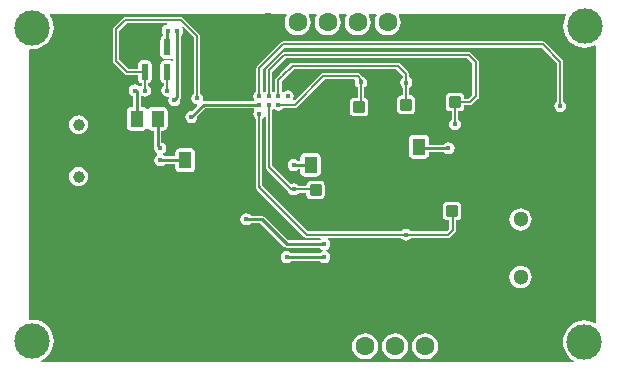
<source format=gbl>
G04*
G04 #@! TF.GenerationSoftware,Altium Limited,Altium Designer,20.2.5 (213)*
G04*
G04 Layer_Physical_Order=2*
G04 Layer_Color=16711680*
%FSLAX44Y44*%
%MOMM*%
G71*
G04*
G04 #@! TF.SameCoordinates,3C0D8923-7957-4DC4-8908-925B2C91420C*
G04*
G04*
G04 #@! TF.FilePolarity,Positive*
G04*
G01*
G75*
%ADD13C,0.2540*%
G04:AMPARAMS|DCode=21|XSize=1.1mm|YSize=1.4mm|CornerRadius=0.055mm|HoleSize=0mm|Usage=FLASHONLY|Rotation=0.000|XOffset=0mm|YOffset=0mm|HoleType=Round|Shape=RoundedRectangle|*
%AMROUNDEDRECTD21*
21,1,1.1000,1.2900,0,0,0.0*
21,1,0.9900,1.4000,0,0,0.0*
1,1,0.1100,0.4950,-0.6450*
1,1,0.1100,-0.4950,-0.6450*
1,1,0.1100,-0.4950,0.6450*
1,1,0.1100,0.4950,0.6450*
%
%ADD21ROUNDEDRECTD21*%
G04:AMPARAMS|DCode=22|XSize=0.95mm|YSize=0.95mm|CornerRadius=0.0475mm|HoleSize=0mm|Usage=FLASHONLY|Rotation=180.000|XOffset=0mm|YOffset=0mm|HoleType=Round|Shape=RoundedRectangle|*
%AMROUNDEDRECTD22*
21,1,0.9500,0.8550,0,0,180.0*
21,1,0.8550,0.9500,0,0,180.0*
1,1,0.0950,-0.4275,0.4275*
1,1,0.0950,0.4275,0.4275*
1,1,0.0950,0.4275,-0.4275*
1,1,0.0950,-0.4275,-0.4275*
%
%ADD22ROUNDEDRECTD22*%
%ADD42C,0.1650*%
%ADD43C,1.0000*%
%ADD44C,3.0000*%
%ADD45C,1.6000*%
%ADD46C,1.3000*%
%ADD47C,0.4060*%
G04:AMPARAMS|DCode=48|XSize=0.95mm|YSize=0.95mm|CornerRadius=0.0475mm|HoleSize=0mm|Usage=FLASHONLY|Rotation=270.000|XOffset=0mm|YOffset=0mm|HoleType=Round|Shape=RoundedRectangle|*
%AMROUNDEDRECTD48*
21,1,0.9500,0.8550,0,0,270.0*
21,1,0.8550,0.9500,0,0,270.0*
1,1,0.0950,-0.4275,-0.4275*
1,1,0.0950,-0.4275,0.4275*
1,1,0.0950,0.4275,0.4275*
1,1,0.0950,0.4275,-0.4275*
%
%ADD48ROUNDEDRECTD48*%
G04:AMPARAMS|DCode=49|XSize=0.99mm|YSize=1.3mm|CornerRadius=0.0743mm|HoleSize=0mm|Usage=FLASHONLY|Rotation=0.000|XOffset=0mm|YOffset=0mm|HoleType=Round|Shape=RoundedRectangle|*
%AMROUNDEDRECTD49*
21,1,0.9900,1.1515,0,0,0.0*
21,1,0.8415,1.3000,0,0,0.0*
1,1,0.1485,0.4208,-0.5758*
1,1,0.1485,-0.4208,-0.5758*
1,1,0.1485,-0.4208,0.5758*
1,1,0.1485,0.4208,0.5758*
%
%ADD49ROUNDEDRECTD49*%
G04:AMPARAMS|DCode=50|XSize=0.59mm|YSize=1.3mm|CornerRadius=0.0443mm|HoleSize=0mm|Usage=FLASHONLY|Rotation=0.000|XOffset=0mm|YOffset=0mm|HoleType=Round|Shape=RoundedRectangle|*
%AMROUNDEDRECTD50*
21,1,0.5900,1.2115,0,0,0.0*
21,1,0.5015,1.3000,0,0,0.0*
1,1,0.0885,0.2508,-0.6058*
1,1,0.0885,-0.2508,-0.6058*
1,1,0.0885,-0.2508,0.6058*
1,1,0.0885,0.2508,0.6058*
%
%ADD50ROUNDEDRECTD50*%
G36*
X475907Y299730D02*
X474540Y297172D01*
X473511Y293779D01*
X473163Y290250D01*
X473511Y286721D01*
X474540Y283328D01*
X476211Y280201D01*
X478461Y277460D01*
X481201Y275211D01*
X484328Y273540D01*
X487721Y272511D01*
X491250Y272163D01*
X494779Y272511D01*
X498172Y273540D01*
X499911Y274469D01*
X501000Y273816D01*
Y39550D01*
X499911Y38897D01*
X497922Y39960D01*
X494529Y40990D01*
X491000Y41337D01*
X487471Y40990D01*
X484078Y39960D01*
X480951Y38289D01*
X478210Y36040D01*
X475961Y33299D01*
X474290Y30172D01*
X473260Y26779D01*
X472913Y23250D01*
X473260Y19721D01*
X474290Y16328D01*
X475961Y13201D01*
X478210Y10460D01*
X480951Y8211D01*
X482712Y7270D01*
X482394Y6000D01*
X30795D01*
X30607Y7270D01*
X30672Y7290D01*
X33799Y8961D01*
X36539Y11211D01*
X38789Y13951D01*
X40460Y17078D01*
X41490Y20471D01*
X41837Y24000D01*
X41490Y27529D01*
X40460Y30922D01*
X38789Y34049D01*
X36539Y36790D01*
X33799Y39039D01*
X30672Y40710D01*
X27279Y41740D01*
X23750Y42087D01*
X21941Y41909D01*
X21000Y42762D01*
Y270488D01*
X21941Y271341D01*
X23750Y271163D01*
X27279Y271511D01*
X30672Y272540D01*
X33799Y274211D01*
X36539Y276460D01*
X38789Y279201D01*
X40460Y282328D01*
X41490Y285721D01*
X41837Y289250D01*
X41490Y292779D01*
X40460Y296172D01*
X38789Y299299D01*
X38335Y299852D01*
X38878Y301000D01*
X238505D01*
X239067Y299861D01*
X238711Y299398D01*
X237603Y296722D01*
X237225Y293850D01*
X237603Y290978D01*
X238711Y288302D01*
X240475Y286005D01*
X242773Y284242D01*
X245448Y283133D01*
X248320Y282755D01*
X251192Y283133D01*
X253867Y284242D01*
X256165Y286005D01*
X257929Y288302D01*
X259037Y290978D01*
X259415Y293850D01*
X259037Y296722D01*
X257929Y299398D01*
X257573Y299861D01*
X258134Y301000D01*
X263906D01*
X264467Y299861D01*
X264111Y299398D01*
X263003Y296722D01*
X262625Y293850D01*
X263003Y290978D01*
X264111Y288302D01*
X265875Y286005D01*
X268172Y284242D01*
X270848Y283133D01*
X273720Y282755D01*
X276592Y283133D01*
X279268Y284242D01*
X281565Y286005D01*
X283328Y288302D01*
X284437Y290978D01*
X284815Y293850D01*
X284437Y296722D01*
X283328Y299398D01*
X282973Y299861D01*
X283535Y301000D01*
X289305D01*
X289867Y299861D01*
X289512Y299398D01*
X288403Y296722D01*
X288025Y293850D01*
X288403Y290978D01*
X289512Y288302D01*
X291275Y286005D01*
X293573Y284242D01*
X296248Y283133D01*
X299120Y282755D01*
X301992Y283133D01*
X304667Y284242D01*
X306965Y286005D01*
X308729Y288302D01*
X309837Y290978D01*
X310215Y293850D01*
X309837Y296722D01*
X308729Y299398D01*
X308373Y299861D01*
X308934Y301000D01*
X314706D01*
X315267Y299861D01*
X314911Y299398D01*
X313803Y296722D01*
X313425Y293850D01*
X313803Y290978D01*
X314911Y288302D01*
X316675Y286005D01*
X318972Y284242D01*
X321648Y283133D01*
X324520Y282755D01*
X327392Y283133D01*
X330067Y284242D01*
X332365Y286005D01*
X334128Y288302D01*
X335237Y290978D01*
X335615Y293850D01*
X335237Y296722D01*
X334128Y299398D01*
X333773Y299861D01*
X334334Y301000D01*
X475216D01*
X475907Y299730D01*
D02*
G37*
%LPC*%
G36*
X149750Y298426D02*
X149750Y298426D01*
X102500D01*
X102500Y298426D01*
X101476Y298223D01*
X100608Y297642D01*
X92762Y289797D01*
X92182Y288929D01*
X91979Y287905D01*
X91979Y287905D01*
Y260845D01*
X91979Y260845D01*
X92182Y259821D01*
X92762Y258953D01*
X102107Y249608D01*
X102107Y249608D01*
X102976Y249027D01*
X104000Y248824D01*
X112783D01*
Y245942D01*
X113050Y244599D01*
X113811Y243461D01*
X114949Y242700D01*
X116124Y242466D01*
Y240128D01*
X115394Y239640D01*
X115089Y239457D01*
X114162D01*
X113855Y239640D01*
X112213Y240738D01*
X110250Y241129D01*
X108287Y240738D01*
X106624Y239626D01*
X105512Y237963D01*
X105121Y236000D01*
X105512Y234037D01*
X106624Y232374D01*
X108287Y231262D01*
X109120Y231096D01*
Y222069D01*
X107300D01*
X105915Y221794D01*
X104740Y221009D01*
X103956Y219835D01*
X103680Y218450D01*
Y205550D01*
X103956Y204165D01*
X104740Y202990D01*
X105915Y202206D01*
X107300Y201930D01*
X117200D01*
X118585Y202206D01*
X119759Y202990D01*
X120294Y203791D01*
X120435Y203836D01*
X121564D01*
X121705Y203791D01*
X122240Y202990D01*
X123414Y202206D01*
X124799Y201930D01*
X126619D01*
Y189251D01*
X126619Y189251D01*
X126858Y188053D01*
X127030Y187795D01*
X126872Y187000D01*
X127262Y185037D01*
X128374Y183374D01*
X129286Y182764D01*
Y181236D01*
X128374Y180626D01*
X127262Y178963D01*
X126872Y177000D01*
X127262Y175037D01*
X128374Y173374D01*
X130037Y172262D01*
X132000Y171871D01*
X133963Y172262D01*
X135626Y173374D01*
X135958Y173870D01*
X144641D01*
Y170560D01*
X144916Y169175D01*
X145701Y168001D01*
X146875Y167216D01*
X148260Y166941D01*
X158160D01*
X159545Y167216D01*
X160720Y168001D01*
X161504Y169175D01*
X161780Y170560D01*
Y183460D01*
X161504Y184845D01*
X160720Y186019D01*
X159545Y186804D01*
X158160Y187080D01*
X148260D01*
X146875Y186804D01*
X145701Y186019D01*
X144916Y184845D01*
X144641Y183460D01*
Y180130D01*
X135958D01*
X135626Y180626D01*
X134714Y181236D01*
Y182764D01*
X135626Y183374D01*
X136738Y185037D01*
X137128Y187000D01*
X136738Y188963D01*
X135626Y190626D01*
X133963Y191738D01*
X132880Y191954D01*
Y201930D01*
X134699D01*
X136085Y202206D01*
X137259Y202990D01*
X138043Y204165D01*
X138319Y205550D01*
Y218450D01*
X138043Y219835D01*
X137259Y221009D01*
X136085Y221794D01*
X134699Y222069D01*
X124799D01*
X123414Y221794D01*
X122240Y221009D01*
X121705Y220209D01*
X121564Y220163D01*
X120435D01*
X120294Y220209D01*
X119759Y221009D01*
X118585Y221794D01*
X117200Y222069D01*
X115380D01*
Y231022D01*
X116500Y231621D01*
X117037Y231262D01*
X119000Y230872D01*
X120963Y231262D01*
X122626Y232374D01*
X123738Y234037D01*
X124129Y236000D01*
X123738Y237963D01*
X122626Y239626D01*
X121476Y240395D01*
Y242466D01*
X122651Y242700D01*
X123789Y243461D01*
X124550Y244599D01*
X124817Y245942D01*
Y258057D01*
X124550Y259401D01*
X123789Y260539D01*
X122651Y261300D01*
X121307Y261567D01*
X116292D01*
X114949Y261300D01*
X113811Y260539D01*
X113050Y259401D01*
X112783Y258057D01*
Y254176D01*
X105109D01*
X97331Y261954D01*
Y286796D01*
X103609Y293074D01*
X137476D01*
X137535Y293031D01*
X137489Y291727D01*
X136287Y291488D01*
X134624Y290376D01*
X133512Y288713D01*
X133122Y286750D01*
X133512Y284787D01*
X134624Y283124D01*
X134415Y281853D01*
X134149Y281800D01*
X133011Y281039D01*
X132250Y279901D01*
X131983Y278557D01*
Y266443D01*
X132250Y265099D01*
X133011Y263961D01*
X134149Y263200D01*
X135492Y262933D01*
X140507D01*
X141714Y263172D01*
X142575Y262667D01*
X142889Y262436D01*
Y262064D01*
X142575Y261833D01*
X141714Y261327D01*
X140507Y261567D01*
X135492D01*
X134149Y261300D01*
X133011Y260539D01*
X132250Y259401D01*
X131983Y258057D01*
Y245942D01*
X132250Y244599D01*
X133011Y243461D01*
X134149Y242700D01*
X135324Y242466D01*
Y240261D01*
X134374Y239626D01*
X133262Y237963D01*
X132872Y236000D01*
X133262Y234037D01*
X134374Y232374D01*
X136037Y231262D01*
X138000Y230872D01*
X138587Y230988D01*
X139350Y229845D01*
X139262Y229713D01*
X138871Y227750D01*
X139262Y225787D01*
X140374Y224124D01*
X142037Y223012D01*
X144000Y222621D01*
X145963Y223012D01*
X147626Y224124D01*
X148738Y225787D01*
X149129Y227750D01*
X148989Y228450D01*
X149392Y229052D01*
X149630Y230250D01*
Y282370D01*
X150126Y282702D01*
X151238Y284366D01*
X151629Y286329D01*
X151238Y288291D01*
X150492Y289408D01*
X150454Y289465D01*
X151440Y290275D01*
X160574Y281141D01*
Y233511D01*
X159624Y232876D01*
X158512Y231213D01*
X158122Y229250D01*
X158512Y227287D01*
X159624Y225624D01*
X161287Y224512D01*
X162748Y224221D01*
X163248Y222925D01*
X158835Y218512D01*
X158250Y218629D01*
X156287Y218238D01*
X154624Y217126D01*
X153512Y215463D01*
X153122Y213500D01*
X153512Y211537D01*
X154624Y209874D01*
X156287Y208762D01*
X158250Y208372D01*
X160213Y208762D01*
X161876Y209874D01*
X162988Y211537D01*
X163379Y213500D01*
X163262Y214085D01*
X170047Y220870D01*
X211376D01*
X211603Y220569D01*
X211930Y219625D01*
X211725Y219280D01*
X211012Y218213D01*
X210621Y216250D01*
X211012Y214287D01*
X212124Y212624D01*
X213074Y211989D01*
Y154750D01*
X213074Y154750D01*
X213277Y153726D01*
X213421Y153511D01*
X213527Y152976D01*
X214107Y152107D01*
X254107Y112107D01*
X254107Y112107D01*
X254976Y111527D01*
X256000Y111324D01*
X256000Y111324D01*
X267628D01*
X268013Y110054D01*
X267374Y109627D01*
X267042Y109130D01*
X240296D01*
X220213Y129213D01*
X219198Y129892D01*
X218000Y130130D01*
X218000Y130130D01*
X208958D01*
X208626Y130626D01*
X206963Y131738D01*
X205000Y132128D01*
X203037Y131738D01*
X201374Y130626D01*
X200262Y128963D01*
X199872Y127000D01*
X200262Y125037D01*
X201374Y123374D01*
X203037Y122262D01*
X205000Y121872D01*
X206963Y122262D01*
X208626Y123374D01*
X208958Y123870D01*
X216703D01*
X236787Y103787D01*
X236787Y103787D01*
X237802Y103108D01*
X239000Y102870D01*
X239000Y102870D01*
X267042D01*
X267374Y102374D01*
X269037Y101262D01*
X269613Y101147D01*
Y99853D01*
X269037Y99738D01*
X267374Y98626D01*
X267042Y98130D01*
X242958D01*
X242626Y98626D01*
X240963Y99738D01*
X239000Y100129D01*
X237037Y99738D01*
X235374Y98626D01*
X234262Y96963D01*
X233871Y95000D01*
X234262Y93037D01*
X235374Y91374D01*
X237037Y90262D01*
X239000Y89872D01*
X240963Y90262D01*
X242626Y91374D01*
X242958Y91870D01*
X267042D01*
X267374Y91374D01*
X269037Y90262D01*
X271000Y89872D01*
X272963Y90262D01*
X274626Y91374D01*
X275738Y93037D01*
X276129Y95000D01*
X275738Y96963D01*
X274626Y98626D01*
X272963Y99738D01*
X272387Y99853D01*
Y101147D01*
X272963Y101262D01*
X274626Y102374D01*
X275738Y104037D01*
X276129Y106000D01*
X275738Y107963D01*
X274626Y109627D01*
X273987Y110054D01*
X274372Y111324D01*
X335739D01*
X336374Y110374D01*
X338037Y109262D01*
X340000Y108871D01*
X341963Y109262D01*
X343626Y110374D01*
X344261Y111324D01*
X375500D01*
X375500Y111324D01*
X376524Y111527D01*
X377393Y112107D01*
X381393Y116107D01*
X381393Y116108D01*
X381973Y116976D01*
X382177Y118000D01*
X382176Y118000D01*
Y126012D01*
X383405D01*
X384761Y126282D01*
X385910Y127050D01*
X386678Y128199D01*
X386948Y129555D01*
Y138105D01*
X386678Y139461D01*
X385910Y140610D01*
X384761Y141378D01*
X383405Y141648D01*
X374855D01*
X373499Y141378D01*
X372350Y140610D01*
X371582Y139461D01*
X371312Y138105D01*
Y129555D01*
X371582Y128199D01*
X372350Y127050D01*
X373499Y126282D01*
X374855Y126012D01*
X376824D01*
Y119109D01*
X374391Y116676D01*
X344261D01*
X343626Y117626D01*
X341963Y118738D01*
X340000Y119129D01*
X338037Y118738D01*
X336374Y117626D01*
X335739Y116676D01*
X257109D01*
X218775Y155010D01*
X218723Y155274D01*
X218426Y155718D01*
Y211989D01*
X219376Y212624D01*
X220054Y213637D01*
X221324Y213252D01*
Y171000D01*
X221324Y171000D01*
X221527Y169976D01*
X222108Y169107D01*
X240096Y151118D01*
X240262Y150287D01*
X241374Y148624D01*
X243037Y147512D01*
X245000Y147121D01*
X246963Y147512D01*
X248626Y148624D01*
X249261Y149574D01*
X255681D01*
Y147335D01*
X255951Y145979D01*
X256719Y144830D01*
X257869Y144062D01*
X259225Y143792D01*
X267775D01*
X269130Y144062D01*
X270280Y144830D01*
X271048Y145979D01*
X271318Y147335D01*
Y155885D01*
X271048Y157241D01*
X270280Y158390D01*
X269130Y159158D01*
X267775Y159428D01*
X259225D01*
X257869Y159158D01*
X256719Y158390D01*
X255951Y157241D01*
X255681Y155885D01*
Y154926D01*
X249261D01*
X248626Y155876D01*
X246963Y156988D01*
X245000Y157379D01*
X243037Y156988D01*
X242294Y156491D01*
X226676Y172109D01*
Y219739D01*
X227087Y220013D01*
X228000Y220269D01*
X228913Y220013D01*
X230037Y219262D01*
X232000Y218871D01*
X233963Y219262D01*
X235626Y220374D01*
X236261Y221324D01*
X246000D01*
X246000Y221324D01*
X247024Y221527D01*
X247892Y222108D01*
X271109Y245324D01*
X296092D01*
X297081Y244054D01*
X296871Y243000D01*
X297262Y241037D01*
X298374Y239374D01*
X299324Y238739D01*
Y229808D01*
X296115D01*
X294759Y229538D01*
X293610Y228770D01*
X292842Y227621D01*
X292572Y226265D01*
Y217715D01*
X292842Y216359D01*
X293610Y215210D01*
X294759Y214442D01*
X296115Y214172D01*
X304665D01*
X306021Y214442D01*
X307170Y215210D01*
X307938Y216359D01*
X308208Y217715D01*
Y226265D01*
X307938Y227621D01*
X307170Y228770D01*
X306021Y229538D01*
X304676Y229806D01*
Y238739D01*
X305626Y239374D01*
X306738Y241037D01*
X307129Y243000D01*
X306738Y244963D01*
X305626Y246626D01*
X303963Y247738D01*
X303173Y247895D01*
X301176Y249893D01*
X300308Y250473D01*
X299283Y250676D01*
X299283Y250676D01*
X270000D01*
X270000Y250676D01*
X268976Y250473D01*
X268107Y249893D01*
X245697Y227482D01*
X245269Y227546D01*
X244660Y228920D01*
X244738Y229037D01*
X245128Y231000D01*
X244738Y232963D01*
X243626Y234627D01*
X241963Y235738D01*
X240000Y236129D01*
X238037Y235738D01*
X236913Y234987D01*
X236000Y234731D01*
X235087Y234987D01*
X234676Y235261D01*
Y243891D01*
X236892Y246107D01*
X236893Y246108D01*
X236893Y246108D01*
X245109Y254324D01*
X331891D01*
X337574Y248641D01*
Y247011D01*
X336624Y246376D01*
X335512Y244713D01*
X335121Y242750D01*
X335512Y240787D01*
X336624Y239124D01*
X337574Y238489D01*
Y231818D01*
X335975D01*
X334619Y231548D01*
X333470Y230780D01*
X332702Y229631D01*
X332432Y228275D01*
Y219725D01*
X332702Y218369D01*
X333470Y217220D01*
X334619Y216452D01*
X335975Y216182D01*
X344525D01*
X345881Y216452D01*
X347030Y217220D01*
X347798Y218369D01*
X348068Y219725D01*
Y228275D01*
X347798Y229631D01*
X347030Y230780D01*
X345881Y231548D01*
X344525Y231818D01*
X342926D01*
Y238489D01*
X343876Y239124D01*
X344988Y240787D01*
X345378Y242750D01*
X344988Y244713D01*
X343876Y246376D01*
X342926Y247011D01*
Y249750D01*
X342723Y250774D01*
X342142Y251642D01*
X342142Y251643D01*
X334893Y258892D01*
X334024Y259473D01*
X333000Y259676D01*
X333000Y259676D01*
X244000D01*
X242976Y259473D01*
X242108Y258892D01*
X242107Y258892D01*
X233107Y249893D01*
X233107Y249893D01*
X230107Y246893D01*
X229527Y246024D01*
X229324Y245000D01*
X229324Y245000D01*
Y235261D01*
X228913Y234987D01*
X228000Y234731D01*
X227087Y234987D01*
X226676Y235261D01*
Y251891D01*
X238109Y263324D01*
X391891D01*
X396324Y258891D01*
Y232109D01*
X393141Y228927D01*
X389318D01*
Y230525D01*
X389048Y231881D01*
X388280Y233030D01*
X387131Y233798D01*
X385775Y234068D01*
X377225D01*
X375869Y233798D01*
X374720Y233030D01*
X373952Y231881D01*
X373682Y230525D01*
Y221975D01*
X373952Y220619D01*
X374720Y219470D01*
X375869Y218702D01*
X377225Y218432D01*
X378824D01*
Y211761D01*
X377874Y211126D01*
X376762Y209463D01*
X376371Y207500D01*
X376762Y205537D01*
X377874Y203874D01*
X379537Y202762D01*
X381500Y202372D01*
X383463Y202762D01*
X385126Y203874D01*
X386238Y205537D01*
X386628Y207500D01*
X386238Y209463D01*
X385126Y211126D01*
X384176Y211761D01*
Y218432D01*
X385775D01*
X387131Y218702D01*
X388280Y219470D01*
X389048Y220619D01*
X389318Y221975D01*
Y223574D01*
X394250D01*
X394250Y223574D01*
X395274Y223777D01*
X396143Y224357D01*
X400892Y229107D01*
X400892Y229107D01*
X401473Y229976D01*
X401676Y231000D01*
X401676Y231000D01*
Y260000D01*
X401676Y260000D01*
X401473Y261024D01*
X400892Y261893D01*
X400892Y261893D01*
X394893Y267892D01*
X394024Y268473D01*
X393000Y268676D01*
X393000Y268676D01*
X237000D01*
X237000Y268676D01*
X235976Y268473D01*
X235107Y267892D01*
X235107Y267892D01*
X222108Y254893D01*
X221527Y254024D01*
X221324Y253000D01*
X221324Y253000D01*
Y235261D01*
X220913Y234987D01*
X220000Y234731D01*
X219087Y234987D01*
X218676Y235261D01*
Y253891D01*
X237109Y272324D01*
X454891D01*
X467894Y259321D01*
Y226991D01*
X466944Y226356D01*
X465832Y224693D01*
X465442Y222730D01*
X465832Y220767D01*
X466944Y219104D01*
X468607Y217992D01*
X470570Y217602D01*
X472533Y217992D01*
X474196Y219104D01*
X475308Y220767D01*
X475699Y222730D01*
X475308Y224693D01*
X474196Y226356D01*
X473246Y226991D01*
Y260430D01*
X473246Y260430D01*
X473043Y261454D01*
X472463Y262323D01*
X457892Y276893D01*
X457024Y277473D01*
X456000Y277677D01*
X456000Y277676D01*
X236000D01*
X236000Y277677D01*
X234976Y277473D01*
X234107Y276893D01*
X234107Y276893D01*
X214107Y256893D01*
X213527Y256024D01*
X213324Y255000D01*
X213324Y255000D01*
Y235261D01*
X212374Y234627D01*
X211262Y232963D01*
X210872Y231000D01*
X211262Y229037D01*
X211688Y228400D01*
X211009Y227130D01*
X169252D01*
X168351Y227977D01*
X168192Y228314D01*
X168379Y229250D01*
X167988Y231213D01*
X166876Y232876D01*
X165926Y233511D01*
Y282250D01*
X165926Y282250D01*
X165723Y283274D01*
X165142Y284142D01*
X165142Y284143D01*
X151643Y297642D01*
X150774Y298223D01*
X150604Y298256D01*
X149750Y298426D01*
D02*
G37*
G36*
X62900Y215109D02*
X60812Y214834D01*
X58865Y214028D01*
X57194Y212746D01*
X55912Y211075D01*
X55106Y209128D01*
X54831Y207040D01*
X55106Y204952D01*
X55912Y203006D01*
X57194Y201334D01*
X58865Y200052D01*
X60812Y199246D01*
X62900Y198971D01*
X64988Y199246D01*
X66934Y200052D01*
X68606Y201334D01*
X69888Y203006D01*
X70694Y204952D01*
X70969Y207040D01*
X70694Y209128D01*
X69888Y211075D01*
X68606Y212746D01*
X66934Y214028D01*
X64988Y214834D01*
X62900Y215109D01*
D02*
G37*
G36*
X356000Y198509D02*
X346100D01*
X344715Y198234D01*
X343540Y197449D01*
X342756Y196275D01*
X342480Y194890D01*
Y181990D01*
X342756Y180605D01*
X343540Y179431D01*
X344715Y178646D01*
X346100Y178370D01*
X356000D01*
X357385Y178646D01*
X358559Y179431D01*
X359344Y180605D01*
X359619Y181990D01*
Y183870D01*
X372042D01*
X372374Y183374D01*
X374037Y182262D01*
X376000Y181871D01*
X377963Y182262D01*
X379626Y183374D01*
X380738Y185037D01*
X381129Y187000D01*
X380738Y188963D01*
X379626Y190626D01*
X377963Y191738D01*
X376000Y192129D01*
X374037Y191738D01*
X372374Y190626D01*
X372042Y190130D01*
X359619D01*
Y194890D01*
X359344Y196275D01*
X358559Y197449D01*
X357385Y198234D01*
X356000Y198509D01*
D02*
G37*
G36*
X264200Y183070D02*
X254300D01*
X252915Y182794D01*
X251741Y182010D01*
X250956Y180835D01*
X250681Y179450D01*
Y176130D01*
X248958D01*
X248626Y176626D01*
X246963Y177738D01*
X245000Y178129D01*
X243037Y177738D01*
X241374Y176626D01*
X240262Y174963D01*
X239872Y173000D01*
X240262Y171037D01*
X241374Y169374D01*
X243037Y168262D01*
X245000Y167871D01*
X246963Y168262D01*
X248626Y169374D01*
X248958Y169870D01*
X250681D01*
Y166550D01*
X250956Y165165D01*
X251741Y163991D01*
X252915Y163206D01*
X254300Y162931D01*
X264200D01*
X265585Y163206D01*
X266760Y163991D01*
X267544Y165165D01*
X267820Y166550D01*
Y179450D01*
X267544Y180835D01*
X266760Y182010D01*
X265585Y182794D01*
X264200Y183070D01*
D02*
G37*
G36*
X62900Y171109D02*
X60812Y170834D01*
X58865Y170028D01*
X57194Y168746D01*
X55912Y167075D01*
X55106Y165128D01*
X54831Y163040D01*
X55106Y160952D01*
X55912Y159005D01*
X57194Y157334D01*
X58865Y156052D01*
X60812Y155246D01*
X62900Y154971D01*
X64988Y155246D01*
X66934Y156052D01*
X68606Y157334D01*
X69888Y159005D01*
X70694Y160952D01*
X70969Y163040D01*
X70694Y165128D01*
X69888Y167075D01*
X68606Y168746D01*
X66934Y170028D01*
X64988Y170834D01*
X62900Y171109D01*
D02*
G37*
G36*
X437000Y136382D02*
X434520Y136055D01*
X432209Y135098D01*
X430224Y133575D01*
X428702Y131591D01*
X427744Y129280D01*
X427418Y126800D01*
X427744Y124320D01*
X428702Y122009D01*
X430224Y120025D01*
X432209Y118502D01*
X434520Y117545D01*
X437000Y117218D01*
X439480Y117545D01*
X441791Y118502D01*
X443775Y120025D01*
X445298Y122009D01*
X446255Y124320D01*
X446582Y126800D01*
X446255Y129280D01*
X445298Y131591D01*
X443775Y133575D01*
X441791Y135098D01*
X439480Y136055D01*
X437000Y136382D01*
D02*
G37*
G36*
Y87582D02*
X434520Y87255D01*
X432209Y86298D01*
X430224Y84775D01*
X428702Y82791D01*
X427744Y80480D01*
X427418Y78000D01*
X427744Y75520D01*
X428702Y73209D01*
X430224Y71225D01*
X432209Y69702D01*
X434520Y68745D01*
X437000Y68418D01*
X439480Y68745D01*
X441791Y69702D01*
X443775Y71225D01*
X445298Y73209D01*
X446255Y75520D01*
X446582Y78000D01*
X446255Y80480D01*
X445298Y82791D01*
X443775Y84775D01*
X441791Y86298D01*
X439480Y87255D01*
X437000Y87582D01*
D02*
G37*
G36*
X356270Y30625D02*
X353398Y30247D01*
X350723Y29139D01*
X348425Y27375D01*
X346661Y25078D01*
X345553Y22402D01*
X345175Y19530D01*
X345553Y16658D01*
X346661Y13982D01*
X348425Y11685D01*
X350723Y9922D01*
X353398Y8813D01*
X356270Y8435D01*
X359142Y8813D01*
X361818Y9922D01*
X364115Y11685D01*
X365878Y13982D01*
X366987Y16658D01*
X367365Y19530D01*
X366987Y22402D01*
X365878Y25078D01*
X364115Y27375D01*
X361818Y29139D01*
X359142Y30247D01*
X356270Y30625D01*
D02*
G37*
G36*
X330870D02*
X327998Y30247D01*
X325322Y29139D01*
X323025Y27375D01*
X321261Y25078D01*
X320153Y22402D01*
X319775Y19530D01*
X320153Y16658D01*
X321261Y13982D01*
X323025Y11685D01*
X325322Y9922D01*
X327998Y8813D01*
X330870Y8435D01*
X333742Y8813D01*
X336418Y9922D01*
X338715Y11685D01*
X340479Y13982D01*
X341587Y16658D01*
X341965Y19530D01*
X341587Y22402D01*
X340479Y25078D01*
X338715Y27375D01*
X336418Y29139D01*
X333742Y30247D01*
X330870Y30625D01*
D02*
G37*
G36*
X305470D02*
X302598Y30247D01*
X299923Y29139D01*
X297625Y27375D01*
X295861Y25078D01*
X294753Y22402D01*
X294375Y19530D01*
X294753Y16658D01*
X295861Y13982D01*
X297625Y11685D01*
X299923Y9922D01*
X302598Y8813D01*
X305470Y8435D01*
X308342Y8813D01*
X311017Y9922D01*
X313315Y11685D01*
X315079Y13982D01*
X316187Y16658D01*
X316565Y19530D01*
X316187Y22402D01*
X315079Y25078D01*
X313315Y27375D01*
X311017Y29139D01*
X308342Y30247D01*
X305470Y30625D01*
D02*
G37*
%LPD*%
D13*
X158250Y213500D02*
X168750Y224000D01*
X216000D01*
X144000Y227750D02*
X146500Y230250D01*
Y286329D01*
X99750Y273000D02*
X119300D01*
X119800Y273500D01*
X120800Y272500D01*
X87750Y273750D02*
X88000Y273500D01*
X71750Y273750D02*
X87750D01*
X65000Y267000D02*
X71750Y273750D01*
X65000Y262250D02*
Y267000D01*
X110250Y236000D02*
X112000D01*
X112250Y235750D01*
X138000Y272500D02*
Y286500D01*
X138250Y286750D01*
X112250Y212000D02*
Y235750D01*
X129749Y189251D02*
Y212000D01*
Y189251D02*
X132000Y187000D01*
X153200Y177000D02*
X153210Y177010D01*
X132000Y177000D02*
X153200D01*
X205000Y127000D02*
X218000D01*
X239000Y106000D01*
X271000D01*
X239000Y95000D02*
X271000D01*
X351050Y188440D02*
X352490Y187000D01*
X376000D01*
X259250Y173000D02*
X259250Y173000D01*
X245000Y173000D02*
X259250D01*
D21*
X351050Y188440D02*
D03*
X333550D02*
D03*
X129749Y212000D02*
D03*
X112250D02*
D03*
X153210Y177010D02*
D03*
X170710D02*
D03*
X259250Y173000D02*
D03*
X276750D02*
D03*
D22*
X277999Y151610D02*
D03*
X263500D02*
D03*
D42*
X302000Y243000D02*
Y245283D01*
X299283Y248000D02*
X302000Y245283D01*
X270000Y248000D02*
X299283D01*
X246000Y224000D02*
X270000Y248000D01*
X232000Y224000D02*
X246000D01*
X215539Y224461D02*
X216000Y224000D01*
X94655Y287905D02*
X102500Y295750D01*
X94655Y260845D02*
X104000Y251500D01*
X94655Y260845D02*
Y287905D01*
X104000Y251500D02*
X118300D01*
X118800Y252000D01*
Y236200D02*
Y252000D01*
Y236200D02*
X119000Y236000D01*
X102500Y295750D02*
X149750D01*
X163250Y282250D01*
Y229250D02*
Y282250D01*
X215750Y154750D02*
Y216250D01*
Y154750D02*
X216250Y154250D01*
X216000Y154000D02*
X216250Y154250D01*
X216000Y154000D02*
X256000Y114000D01*
X232000Y245000D02*
X235000Y248000D01*
X232000Y231000D02*
Y245000D01*
X235000Y248000D02*
X235000D01*
Y248000D02*
X244000Y257000D01*
X333000D01*
X224000Y231000D02*
Y253000D01*
X237000Y266000D01*
X393000D01*
X216000Y255000D02*
X236000Y275000D01*
X216000Y231000D02*
Y255000D01*
X236000Y275000D02*
X456000D01*
X224000Y171000D02*
Y224000D01*
Y171000D02*
X242339Y152661D01*
X138000Y236000D02*
Y252000D01*
X379500Y118000D02*
Y133460D01*
X340000Y114000D02*
X375500D01*
X379500Y118000D01*
X256000Y114000D02*
X340000D01*
X302000Y223600D02*
Y243000D01*
X300390Y221990D02*
X302000Y223600D01*
X456000Y275000D02*
X470570Y260430D01*
Y222730D02*
Y260430D01*
X399000Y231000D02*
Y260000D01*
X393000Y266000D02*
X399000Y260000D01*
X394250Y226250D02*
X399000Y231000D01*
X381500Y226250D02*
X394250D01*
X333000Y257000D02*
X340250Y249750D01*
Y242750D02*
Y249750D01*
X244590Y152661D02*
X245000Y152250D01*
X242339Y152661D02*
X244590D01*
X379130Y133830D02*
X379500Y133460D01*
X262859Y152250D02*
X263500Y151610D01*
X245000Y152250D02*
X262859D01*
X381500Y226250D02*
X381500Y226250D01*
Y207500D02*
Y226250D01*
X340250Y224000D02*
X340250Y224000D01*
X340250Y224000D02*
Y242750D01*
D43*
X62900Y207040D02*
D03*
Y163040D02*
D03*
D44*
X491250Y290250D02*
D03*
X491000Y23250D02*
D03*
X23750Y24000D02*
D03*
Y289250D02*
D03*
D45*
X222920Y293850D02*
D03*
X299120D02*
D03*
X273720D02*
D03*
X248320D02*
D03*
X324520D02*
D03*
X381670Y19530D02*
D03*
X356270D02*
D03*
X330870D02*
D03*
X305470D02*
D03*
D46*
X437000Y126800D02*
D03*
Y78000D02*
D03*
D47*
X176250Y212250D02*
D03*
X470570Y222730D02*
D03*
X340250Y242750D02*
D03*
X381500Y207500D02*
D03*
X245000Y152250D02*
D03*
X302000Y243000D02*
D03*
X245000Y173000D02*
D03*
X376000Y187000D02*
D03*
X340000Y114000D02*
D03*
X271000Y95000D02*
D03*
X239000D02*
D03*
X271000Y106000D02*
D03*
X205000Y127000D02*
D03*
X132000Y177000D02*
D03*
X314000Y191000D02*
D03*
X335390Y162610D02*
D03*
X314000Y168000D02*
D03*
X299000Y192000D02*
D03*
X138000Y236000D02*
D03*
X199000Y141000D02*
D03*
X132000Y187000D02*
D03*
X216000Y231000D02*
D03*
X224000D02*
D03*
X240000D02*
D03*
X232000D02*
D03*
Y224000D02*
D03*
X224000D02*
D03*
X216000D02*
D03*
X199750Y217500D02*
D03*
X243250Y241250D02*
D03*
X215750Y216250D02*
D03*
X158250Y213500D02*
D03*
X144000Y227750D02*
D03*
X138250Y286750D02*
D03*
X163250Y229250D02*
D03*
X146500Y286329D02*
D03*
X110250Y236000D02*
D03*
X119000D02*
D03*
X113000Y169000D02*
D03*
X43000Y262750D02*
D03*
X50500Y262250D02*
D03*
X57500Y262500D02*
D03*
X65000Y262250D02*
D03*
X88000Y273500D02*
D03*
X99750Y273000D02*
D03*
D48*
X379130Y148330D02*
D03*
Y133830D02*
D03*
X340250Y209500D02*
D03*
Y224000D02*
D03*
X381500Y240750D02*
D03*
Y226250D02*
D03*
X300390Y207490D02*
D03*
Y221990D02*
D03*
D49*
X120800Y272500D02*
D03*
D50*
X138000D02*
D03*
Y252000D02*
D03*
X118800D02*
D03*
M02*

</source>
